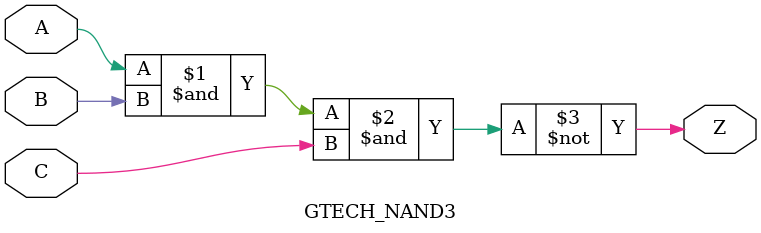
<source format=v>



module GTECH_NAND3 (A, B, C, Z);  
	input A, B, C;
	output Z;

	assign Z = ~(A & B & C);
endmodule




</source>
